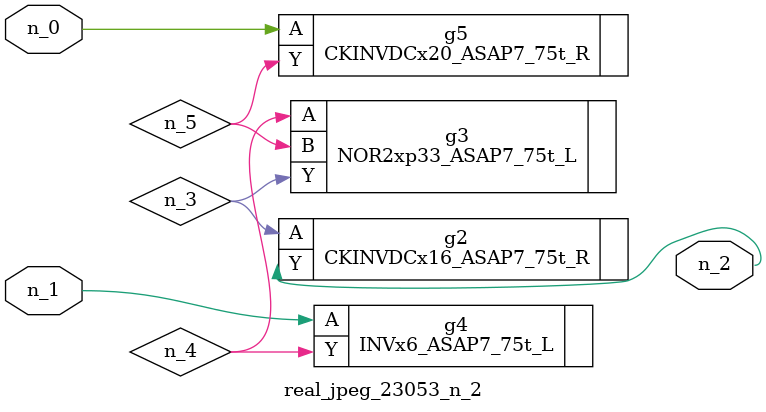
<source format=v>
module real_jpeg_23053_n_2 (n_1, n_0, n_2);

input n_1;
input n_0;

output n_2;

wire n_5;
wire n_4;
wire n_3;

CKINVDCx20_ASAP7_75t_R g5 ( 
.A(n_0),
.Y(n_5)
);

INVx6_ASAP7_75t_L g4 ( 
.A(n_1),
.Y(n_4)
);

CKINVDCx16_ASAP7_75t_R g2 ( 
.A(n_3),
.Y(n_2)
);

NOR2xp33_ASAP7_75t_L g3 ( 
.A(n_4),
.B(n_5),
.Y(n_3)
);


endmodule
</source>
